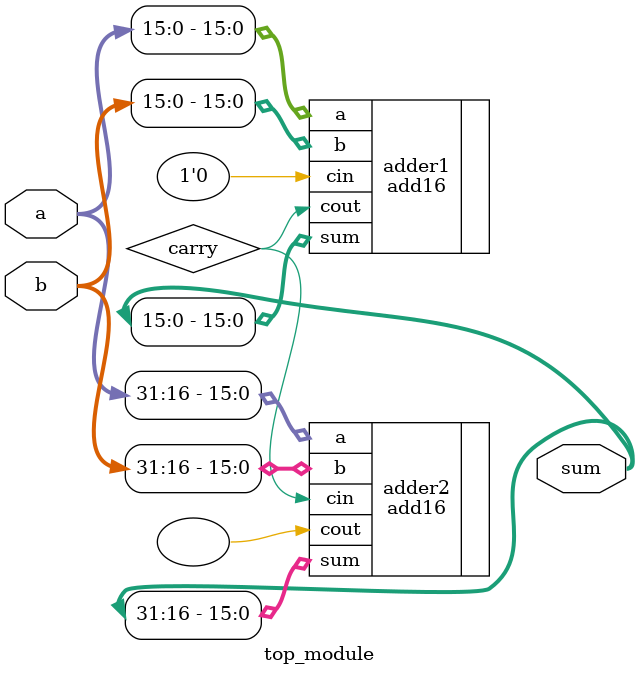
<source format=sv>
module top_module (
    input [31:0] a,
    input [31:0] b,
    output [31:0] sum
);
    wire carry; // Internal carry between the two 16-bit adders

    // Lower 16-bit adder
    add16 adder1 (
        .a(a[15:0]),
        .b(b[15:0]),
        .cin(1'b0), // No carry-in for the lower 16 bits
        .sum(sum[15:0]),
        .cout(carry) // Carry-out from the lower 16 bits
    );

    // Upper 16-bit adder
    add16 adder2 (
        .a(a[31:16]),
        .b(b[31:16]),
        .cin(carry), // Carry-in from the lower 16-bit addition
        .sum(sum[31:16]),
        .cout() // Final carry-out is ignored
    );

endmodule

</source>
